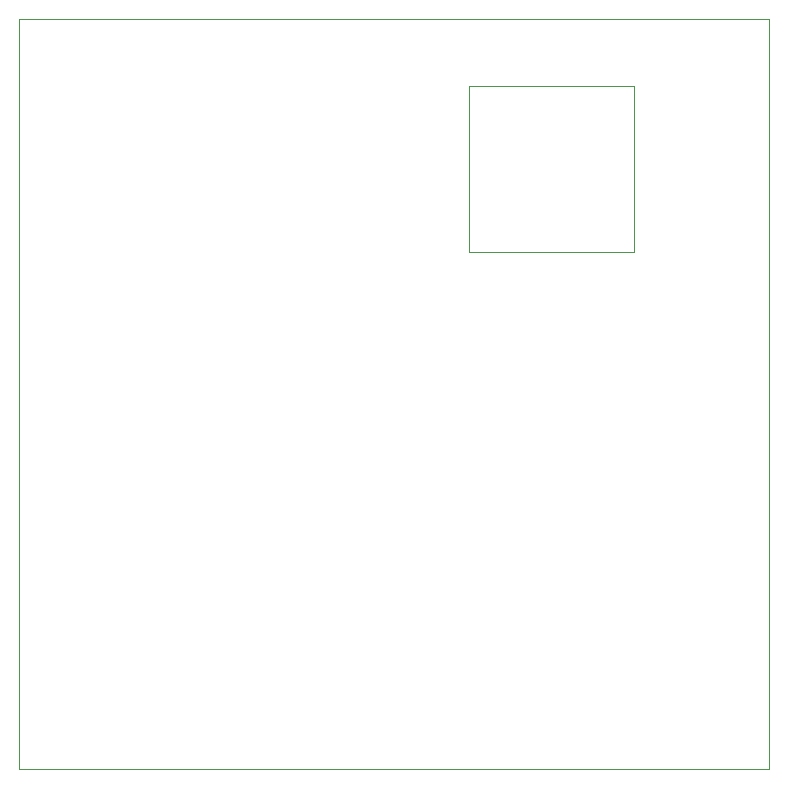
<source format=gbr>
%TF.GenerationSoftware,KiCad,Pcbnew,7.0.9*%
%TF.CreationDate,2024-01-09T22:17:35+09:00*%
%TF.ProjectId,f_panel,665f7061-6e65-46c2-9e6b-696361645f70,rev?*%
%TF.SameCoordinates,Original*%
%TF.FileFunction,Profile,NP*%
%FSLAX46Y46*%
G04 Gerber Fmt 4.6, Leading zero omitted, Abs format (unit mm)*
G04 Created by KiCad (PCBNEW 7.0.9) date 2024-01-09 22:17:35*
%MOMM*%
%LPD*%
G01*
G04 APERTURE LIST*
%TA.AperFunction,Profile*%
%ADD10C,0.050000*%
%TD*%
G04 APERTURE END LIST*
D10*
X138100000Y-55700000D02*
X152100000Y-55700000D01*
X152100000Y-69700000D01*
X138100000Y-69700000D01*
X138100000Y-55700000D01*
X100000000Y-50000000D02*
X163500000Y-50000000D01*
X163500000Y-113500000D01*
X100000000Y-113500000D01*
X100000000Y-50000000D01*
M02*

</source>
